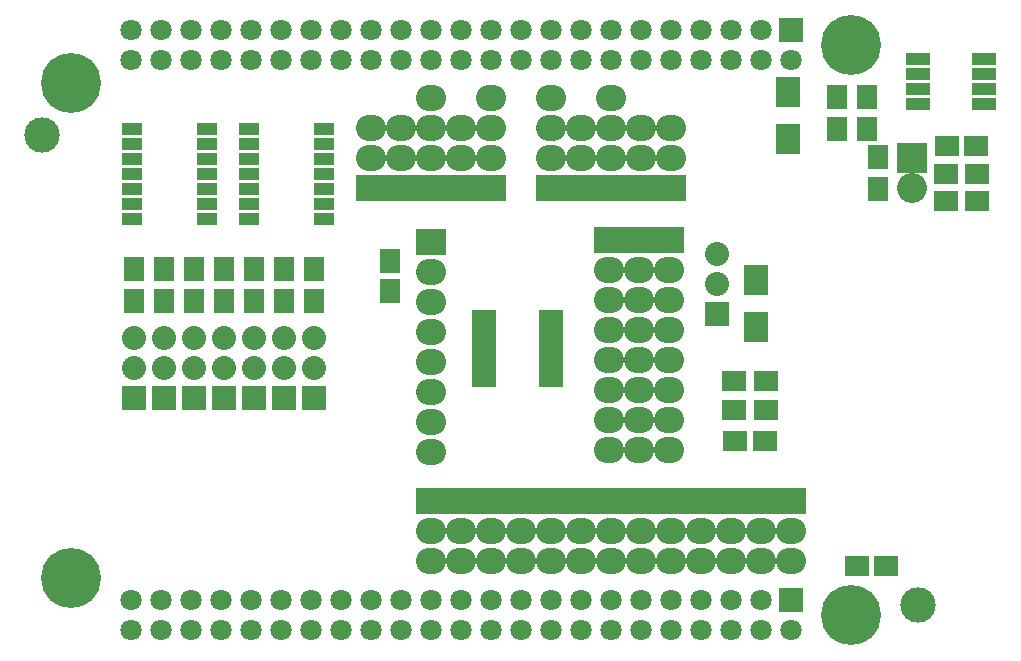
<source format=gts>
G04 #@! TF.FileFunction,Soldermask,Top*
%FSLAX46Y46*%
G04 Gerber Fmt 4.6, Leading zero omitted, Abs format (unit mm)*
G04 Created by KiCad (PCBNEW (after 2015-mar-04 BZR unknown)-product) date 11/20/2015 3:19:22 PM*
%MOMM*%
G01*
G04 APERTURE LIST*
%ADD10C,0.150000*%
%ADD11R,2.032000X2.032000*%
%ADD12C,2.032000*%
%ADD13C,3.000000*%
%ADD14R,2.058000X0.758000*%
%ADD15R,2.159000X1.107440*%
%ADD16R,1.651000X1.016000*%
%ADD17R,2.540000X2.235200*%
%ADD18O,2.540000X2.235200*%
%ADD19R,1.808000X2.008000*%
%ADD20C,5.080000*%
%ADD21R,2.159000X2.159000*%
%ADD22C,1.808480*%
%ADD23R,2.540000X2.540000*%
%ADD24O,2.540000X2.540000*%
%ADD25R,2.008000X1.808000*%
%ADD26R,2.008000X1.758000*%
%ADD27R,1.758000X2.008000*%
%ADD28R,2.108000X2.508000*%
G04 APERTURE END LIST*
D10*
D11*
X23749000Y-33020000D03*
D12*
X23749000Y-30480000D03*
X23749000Y-27940000D03*
D11*
X26289000Y-33020000D03*
D12*
X26289000Y-30480000D03*
X26289000Y-27940000D03*
D11*
X21209000Y-33020000D03*
D12*
X21209000Y-30480000D03*
X21209000Y-27940000D03*
D11*
X13589000Y-33020000D03*
D12*
X13589000Y-30480000D03*
X13589000Y-27940000D03*
D11*
X11049000Y-33020000D03*
D12*
X11049000Y-30480000D03*
X11049000Y-27940000D03*
D11*
X16129000Y-33020000D03*
D12*
X16129000Y-30480000D03*
X16129000Y-27940000D03*
D11*
X18669000Y-33020000D03*
D12*
X18669000Y-30480000D03*
X18669000Y-27940000D03*
D11*
X60452000Y-25908000D03*
D12*
X60452000Y-23368000D03*
X60452000Y-20828000D03*
D13*
X77470000Y-50546000D03*
X3302000Y-10795000D03*
D14*
X46361000Y-31779000D03*
X46361000Y-31104000D03*
X46361000Y-30454000D03*
X46361000Y-29804000D03*
X46361000Y-29154000D03*
X46361000Y-28504000D03*
X46361000Y-27854000D03*
X46361000Y-27204000D03*
X46361000Y-26554000D03*
X46361000Y-25904000D03*
X40761000Y-25904000D03*
X40761000Y-26554000D03*
X40761000Y-27204000D03*
X40761000Y-27854000D03*
X40761000Y-28504000D03*
X40761000Y-29154000D03*
X40761000Y-29804000D03*
X40761000Y-30454000D03*
X40761000Y-31104000D03*
X40761000Y-31754000D03*
D15*
X77470000Y-8128000D03*
X83058000Y-8128000D03*
X77470000Y-6858000D03*
X77470000Y-5588000D03*
X77470000Y-4318000D03*
X83058000Y-6858000D03*
X83058000Y-5588000D03*
X83058000Y-4318000D03*
D16*
X27178000Y-17907000D03*
X27178000Y-16637000D03*
X27178000Y-15367000D03*
X27178000Y-14097000D03*
X27178000Y-12827000D03*
X27178000Y-11557000D03*
X27178000Y-10287000D03*
X20828000Y-10287000D03*
X20828000Y-11557000D03*
X20828000Y-14097000D03*
X20828000Y-15367000D03*
X20828000Y-16637000D03*
X20828000Y-17907000D03*
X20828000Y-12827000D03*
X17272000Y-17907000D03*
X17272000Y-16637000D03*
X17272000Y-15367000D03*
X17272000Y-14097000D03*
X17272000Y-12827000D03*
X17272000Y-11557000D03*
X17272000Y-10287000D03*
X10922000Y-10287000D03*
X10922000Y-11557000D03*
X10922000Y-14097000D03*
X10922000Y-15367000D03*
X10922000Y-16637000D03*
X10922000Y-17907000D03*
X10922000Y-12827000D03*
D17*
X36195000Y-19812000D03*
D18*
X36195000Y-22352000D03*
X36195000Y-24892000D03*
X36195000Y-27432000D03*
X36195000Y-29972000D03*
X36195000Y-32512000D03*
X36195000Y-35052000D03*
X36195000Y-37592000D03*
D17*
X51308000Y-19685000D03*
D18*
X51308000Y-22225000D03*
X51308000Y-24765000D03*
X51308000Y-27305000D03*
X51308000Y-29845000D03*
X51308000Y-32385000D03*
X51308000Y-34925000D03*
X51308000Y-37465000D03*
D17*
X53848000Y-19685000D03*
D18*
X53848000Y-22225000D03*
X53848000Y-24765000D03*
X53848000Y-27305000D03*
X53848000Y-29845000D03*
X53848000Y-32385000D03*
X53848000Y-34925000D03*
X53848000Y-37465000D03*
D17*
X56388000Y-19685000D03*
D18*
X56388000Y-22225000D03*
X56388000Y-24765000D03*
X56388000Y-27305000D03*
X56388000Y-29845000D03*
X56388000Y-32385000D03*
X56388000Y-34925000D03*
X56388000Y-37465000D03*
D19*
X23749000Y-22145000D03*
X23749000Y-24845000D03*
X18669000Y-22145000D03*
X18669000Y-24845000D03*
X26289000Y-22145000D03*
X26289000Y-24845000D03*
X11049000Y-22145000D03*
X11049000Y-24845000D03*
X21209000Y-22145000D03*
X21209000Y-24845000D03*
X13589000Y-22145000D03*
X13589000Y-24845000D03*
X16129000Y-22145000D03*
X16129000Y-24845000D03*
D17*
X64135000Y-41783000D03*
D18*
X64135000Y-44323000D03*
X64135000Y-46863000D03*
D17*
X56515000Y-41783000D03*
D18*
X56515000Y-44323000D03*
X56515000Y-46863000D03*
D17*
X51435000Y-41783000D03*
D18*
X51435000Y-44323000D03*
X51435000Y-46863000D03*
D17*
X48895000Y-41783000D03*
D18*
X48895000Y-44323000D03*
X48895000Y-46863000D03*
D17*
X43815000Y-41783000D03*
D18*
X43815000Y-44323000D03*
X43815000Y-46863000D03*
D17*
X38735000Y-41783000D03*
D18*
X38735000Y-44323000D03*
X38735000Y-46863000D03*
D17*
X66675000Y-41783000D03*
D18*
X66675000Y-44323000D03*
X66675000Y-46863000D03*
D17*
X61595000Y-41783000D03*
D18*
X61595000Y-44323000D03*
X61595000Y-46863000D03*
D17*
X53975000Y-41783000D03*
D18*
X53975000Y-44323000D03*
X53975000Y-46863000D03*
D17*
X46355000Y-41783000D03*
D18*
X46355000Y-44323000D03*
X46355000Y-46863000D03*
D17*
X41275000Y-41783000D03*
D18*
X41275000Y-44323000D03*
X41275000Y-46863000D03*
D17*
X36195000Y-41783000D03*
D18*
X36195000Y-44323000D03*
X36195000Y-46863000D03*
D17*
X59055000Y-41783000D03*
D18*
X59055000Y-44323000D03*
X59055000Y-46863000D03*
D17*
X36195000Y-15240000D03*
D18*
X36195000Y-12700000D03*
X36195000Y-10160000D03*
X36195000Y-7620000D03*
D17*
X51435000Y-15240000D03*
D18*
X51435000Y-12700000D03*
X51435000Y-10160000D03*
X51435000Y-7620000D03*
D17*
X46355000Y-15240000D03*
D18*
X46355000Y-12700000D03*
X46355000Y-10160000D03*
X46355000Y-7620000D03*
D17*
X41275000Y-15240000D03*
D18*
X41275000Y-12700000D03*
X41275000Y-10160000D03*
X41275000Y-7620000D03*
D17*
X48895000Y-15240000D03*
D18*
X48895000Y-12700000D03*
X48895000Y-10160000D03*
D17*
X38735000Y-15240000D03*
D18*
X38735000Y-12700000D03*
X38735000Y-10160000D03*
D17*
X33655000Y-15240000D03*
D18*
X33655000Y-12700000D03*
X33655000Y-10160000D03*
D17*
X56515000Y-15240000D03*
D18*
X56515000Y-12700000D03*
X56515000Y-10160000D03*
D17*
X53975000Y-15240000D03*
D18*
X53975000Y-12700000D03*
X53975000Y-10160000D03*
D17*
X31115000Y-15240000D03*
D18*
X31115000Y-12700000D03*
X31115000Y-10160000D03*
D20*
X5715000Y-6350000D03*
X71755000Y-3175000D03*
X71755000Y-51435000D03*
X5715000Y-48260000D03*
D21*
X66675000Y-1905000D03*
D22*
X66675000Y-4445000D03*
X64135000Y-1905000D03*
X64135000Y-4445000D03*
X61595000Y-1905000D03*
X61595000Y-4445000D03*
X59055000Y-1905000D03*
X59055000Y-4445000D03*
X56515000Y-1905000D03*
X56515000Y-4445000D03*
X53975000Y-1905000D03*
X53975000Y-4445000D03*
X51435000Y-1905000D03*
X51435000Y-4445000D03*
X48895000Y-1905000D03*
X48895000Y-4445000D03*
X46355000Y-1905000D03*
X46355000Y-4445000D03*
X43815000Y-1905000D03*
X43815000Y-4445000D03*
X41275000Y-1905000D03*
X41275000Y-4445000D03*
X38735000Y-1905000D03*
X38735000Y-4445000D03*
X36195000Y-1905000D03*
X36195000Y-4445000D03*
X33655000Y-1905000D03*
X33655000Y-4445000D03*
X31115000Y-1905000D03*
X31115000Y-4445000D03*
X28575000Y-1905000D03*
X28575000Y-4445000D03*
X26035000Y-1905000D03*
X26035000Y-4445000D03*
X23495000Y-1905000D03*
X23495000Y-4445000D03*
X20955000Y-1905000D03*
X20955000Y-4445000D03*
X18415000Y-1905000D03*
X18415000Y-4445000D03*
X15875000Y-1905000D03*
X15875000Y-4445000D03*
X13335000Y-1905000D03*
X13335000Y-4445000D03*
X10795000Y-1905000D03*
X10795000Y-4445000D03*
D21*
X66675000Y-50165000D03*
D22*
X66675000Y-52705000D03*
X64135000Y-50165000D03*
X64135000Y-52705000D03*
X61595000Y-50165000D03*
X61595000Y-52705000D03*
X59055000Y-50165000D03*
X59055000Y-52705000D03*
X56515000Y-50165000D03*
X56515000Y-52705000D03*
X53975000Y-50165000D03*
X53975000Y-52705000D03*
X51435000Y-50165000D03*
X51435000Y-52705000D03*
X48895000Y-50165000D03*
X48895000Y-52705000D03*
X46355000Y-50165000D03*
X46355000Y-52705000D03*
X43815000Y-50165000D03*
X43815000Y-52705000D03*
X41275000Y-50165000D03*
X41275000Y-52705000D03*
X38735000Y-50165000D03*
X38735000Y-52705000D03*
X36195000Y-50165000D03*
X36195000Y-52705000D03*
X33655000Y-50165000D03*
X33655000Y-52705000D03*
X31115000Y-50165000D03*
X31115000Y-52705000D03*
X28575000Y-50165000D03*
X28575000Y-52705000D03*
X26035000Y-50165000D03*
X26035000Y-52705000D03*
X23495000Y-50165000D03*
X23495000Y-52705000D03*
X20955000Y-50165000D03*
X20955000Y-52705000D03*
X18415000Y-50165000D03*
X18415000Y-52705000D03*
X15875000Y-50165000D03*
X15875000Y-52705000D03*
X13335000Y-50165000D03*
X13335000Y-52705000D03*
X10795000Y-50165000D03*
X10795000Y-52705000D03*
D23*
X76962000Y-12700000D03*
D24*
X76962000Y-15240000D03*
D25*
X79803000Y-14097000D03*
X82503000Y-14097000D03*
X64596000Y-31623000D03*
X61896000Y-31623000D03*
D19*
X74041000Y-15320000D03*
X74041000Y-12620000D03*
X73152000Y-10240000D03*
X73152000Y-7540000D03*
X70612000Y-10240000D03*
X70612000Y-7540000D03*
D26*
X79903000Y-11684000D03*
X82403000Y-11684000D03*
X72283000Y-47244000D03*
X74783000Y-47244000D03*
D27*
X32766000Y-21483000D03*
X32766000Y-23983000D03*
D25*
X82503000Y-16383000D03*
X79803000Y-16383000D03*
X61896000Y-34036000D03*
X64596000Y-34036000D03*
D28*
X63754000Y-27019000D03*
X63754000Y-23019000D03*
X66421000Y-11144000D03*
X66421000Y-7144000D03*
D26*
X61996000Y-36703000D03*
X64496000Y-36703000D03*
M02*

</source>
